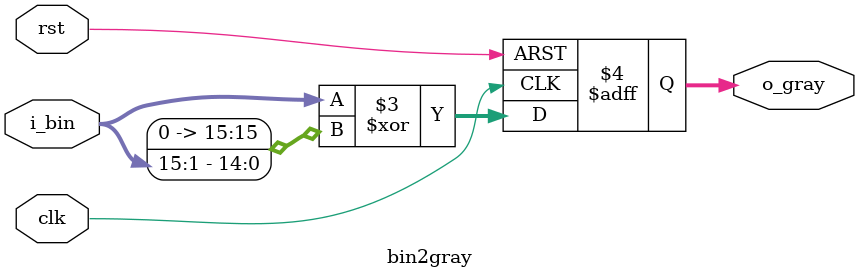
<source format=v>


module bin2gray #(
  parameter DWID   =  16
) (
  input                 clk,
  input                 rst,
  input      [DWID-1:0] i_bin,
  output reg [DWID-1:0] o_gray
);

  always @(posedge clk or posedge rst) begin
    if (rst) begin
      o_gray <= 0;
    end else begin
      o_gray <= i_bin ^ (i_bin >> 1);
    end
  end

endmodule



</source>
